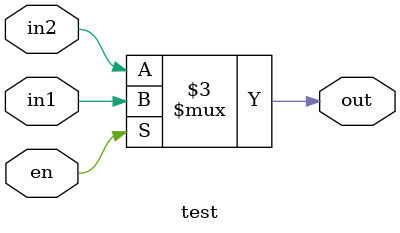
<source format=v>
module test(input in1, in2, en, output reg out);
always @(in1 or in2 or en) begin
    if(en) out = in1;
    else out = in2;
end	
endmodule	

</source>
